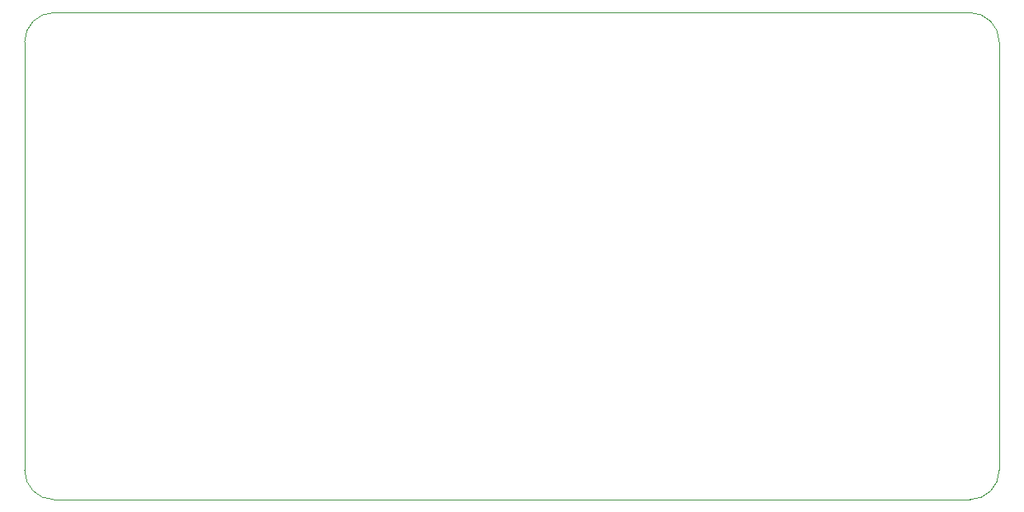
<source format=gm1>
%TF.GenerationSoftware,KiCad,Pcbnew,(6.0.7)*%
%TF.CreationDate,2022-08-26T02:07:21+09:00*%
%TF.ProjectId,CellProtection_S82M1A,43656c6c-5072-46f7-9465-6374696f6e5f,rev?*%
%TF.SameCoordinates,Original*%
%TF.FileFunction,Profile,NP*%
%FSLAX46Y46*%
G04 Gerber Fmt 4.6, Leading zero omitted, Abs format (unit mm)*
G04 Created by KiCad (PCBNEW (6.0.7)) date 2022-08-26 02:07:21*
%MOMM*%
%LPD*%
G01*
G04 APERTURE LIST*
%TA.AperFunction,Profile*%
%ADD10C,0.050000*%
%TD*%
G04 APERTURE END LIST*
D10*
X98000000Y-115000000D02*
X192000000Y-115000000D01*
X95000000Y-68000000D02*
X95000000Y-112000000D01*
X192000000Y-65000000D02*
X98000000Y-65000000D01*
X195000000Y-112000000D02*
X195000000Y-68000000D01*
X192000000Y-115000000D02*
G75*
G03*
X195000000Y-112000000I0J3000000D01*
G01*
X195000000Y-68000000D02*
G75*
G03*
X192000000Y-65000000I-3000000J0D01*
G01*
X98000000Y-65000000D02*
G75*
G03*
X95000000Y-68000000I0J-3000000D01*
G01*
X95000000Y-112000000D02*
G75*
G03*
X98000000Y-115000000I3000000J0D01*
G01*
M02*

</source>
